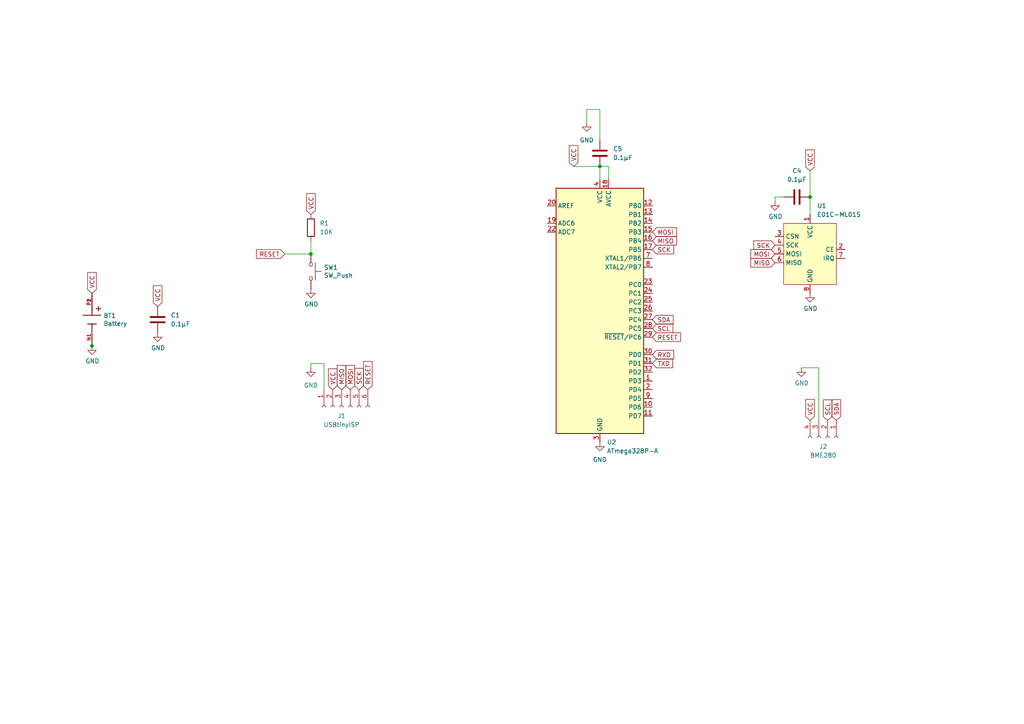
<source format=kicad_sch>
(kicad_sch (version 20211123) (generator eeschema)
  (paper "A4")
  (title_block (title "ATMEGA368P-AU--E01C-ML01S--bme280--CR2032"))
  (lib_symbols
    (symbol "Connector:Conn_01x04_Female" (pin_names (offset 1.016) hide)
      (property "Reference" "J" (at 0 5.08 0))
      (property "Value" "Conn_01x04_Female" (at 0 -7.62 0))
      (symbol "Conn_01x04_Female_1_1"
        (arc (start 0 -4.572) (mid -0.508 -5.08) (end 0 -5.588) (stroke (width 0.1524)))
        (arc (start 0 -2.032) (mid -0.508 -2.54) (end 0 -3.048) (stroke (width 0.1524)))
        (polyline (pts (xy -1.27 -5.08) (xy -0.508 -5.08)) (stroke (width 0.1524)))
        (polyline (pts (xy -1.27 -2.54) (xy -0.508 -2.54)) (stroke (width 0.1524)))
        (polyline (pts (xy -1.27 0) (xy -0.508 0)) (stroke (width 0.1524)))
        (polyline (pts (xy -1.27 2.54) (xy -0.508 2.54)) (stroke (width 0.1524)))
        (arc (start 0 0.508) (mid -0.508 0) (end 0 -0.508) (stroke (width 0.1524)))
        (arc (start 0 3.048) (mid -0.508 2.54) (end 0 2.032) (stroke (width 0.1524)))
        (pin passive line (at -5.08 2.54 0) (length 3.81) (name "Pin_1") (number "1"))
        (pin passive line (at -5.08 0 0) (length 3.81) (name "Pin_2") (number "2"))
        (pin passive line (at -5.08 -2.54 0) (length 3.81) (name "Pin_3") (number "3"))
        (pin passive line (at -5.08 -5.08 0) (length 3.81) (name "Pin_4") (number "4"))
      )
    )
    (symbol "Connector:Conn_01x06_Female" (pin_names (offset 1.016) hide)
      (property "Reference" "J" (at 0 7.62 0))
      (property "Value" "Conn_01x06_Female" (at 0 -10.16 0))
      (symbol "Conn_01x06_Female_1_1"
        (arc (start 0 -7.112) (mid -0.508 -7.62) (end 0 -8.128) (stroke (width 0.1524)))
        (arc (start 0 -4.572) (mid -0.508 -5.08) (end 0 -5.588) (stroke (width 0.1524)))
        (arc (start 0 -2.032) (mid -0.508 -2.54) (end 0 -3.048) (stroke (width 0.1524)))
        (polyline (pts (xy -1.27 -7.62) (xy -0.508 -7.62)) (stroke (width 0.1524)))
        (polyline (pts (xy -1.27 -5.08) (xy -0.508 -5.08)) (stroke (width 0.1524)))
        (polyline (pts (xy -1.27 -2.54) (xy -0.508 -2.54)) (stroke (width 0.1524)))
        (polyline (pts (xy -1.27 0) (xy -0.508 0)) (stroke (width 0.1524)))
        (polyline (pts (xy -1.27 2.54) (xy -0.508 2.54)) (stroke (width 0.1524)))
        (polyline (pts (xy -1.27 5.08) (xy -0.508 5.08)) (stroke (width 0.1524)))
        (arc (start 0 0.508) (mid -0.508 0) (end 0 -0.508) (stroke (width 0.1524)))
        (arc (start 0 3.048) (mid -0.508 2.54) (end 0 2.032) (stroke (width 0.1524)))
        (arc (start 0 5.588) (mid -0.508 5.08) (end 0 4.572) (stroke (width 0.1524)))
        (pin passive line (at -5.08 5.08 0) (length 3.81) (name "Pin_1") (number "1"))
        (pin passive line (at -5.08 2.54 0) (length 3.81) (name "Pin_2") (number "2"))
        (pin passive line (at -5.08 0 0) (length 3.81) (name "Pin_3") (number "3"))
        (pin passive line (at -5.08 -2.54 0) (length 3.81) (name "Pin_4") (number "4"))
        (pin passive line (at -5.08 -5.08 0) (length 3.81) (name "Pin_5") (number "5"))
        (pin passive line (at -5.08 -7.62 0) (length 3.81) (name "Pin_6") (number "6"))
      )
    )
    (symbol "Device:C" (pin_numbers hide) (pin_names (offset 0.254))
      (property "Reference" "C" (at 0.635 2.54 0))
      (property "Value" "C" (at 0.635 -2.54 0))
      (symbol "C_0_1"
        (polyline (pts (xy -2.032 -0.762) (xy 2.032 -0.762)) (stroke (width 0.508)))
        (polyline (pts (xy -2.032 0.762) (xy 2.032 0.762)) (stroke (width 0.508)))
      )
      (symbol "C_1_1"
        (pin passive line (at 0 3.81 270) (length 2.794) (name "~") (number "1"))
        (pin passive line (at 0 -3.81 90) (length 2.794) (name "~") (number "2"))
      )
    )
    (symbol "Device:R" (pin_numbers hide) (pin_names (offset 0))
      (property "Reference" "R" (at 2.032 0 90))
      (property "Value" "R" (at 0 0 90))
      (symbol "R_0_1"
        (rectangle (start -1.016 -2.54) (end 1.016 2.54) (stroke (width 0.254)))
      )
      (symbol "R_1_1"
        (pin passive line (at 0 3.81 270) (length 1.27) (name "~") (number "1"))
        (pin passive line (at 0 -3.81 90) (length 1.27) (name "~") (number "2"))
      )
    )
    (symbol "MCU_Microchip_ATmega:ATmega328P-A"
      (property "Reference" "U" (at -12.7 36.83 0))
      (property "Value" "ATmega328P-A" (at 2.54 -36.83 0))
      (symbol "ATmega328P-A_0_1"
        (rectangle (start -12.7 -35.56) (end 12.7 35.56) (stroke (width 0.254)) (fill (type background)))
      )
      (symbol "ATmega328P-A_1_1"
        (pin bidirectional line (at 15.24 -20.32 180) (length 2.54) (name "PD3") (number "1"))
        (pin bidirectional line (at 15.24 -27.94 180) (length 2.54) (name "PD6") (number "10"))
        (pin bidirectional line (at 15.24 -30.48 180) (length 2.54) (name "PD7") (number "11"))
        (pin bidirectional line (at 15.24 30.48 180) (length 2.54) (name "PB0") (number "12"))
        (pin bidirectional line (at 15.24 27.94 180) (length 2.54) (name "PB1") (number "13"))
        (pin bidirectional line (at 15.24 25.4 180) (length 2.54) (name "PB2") (number "14"))
        (pin bidirectional line (at 15.24 22.86 180) (length 2.54) (name "PB3") (number "15"))
        (pin bidirectional line (at 15.24 20.32 180) (length 2.54) (name "PB4") (number "16"))
        (pin bidirectional line (at 15.24 17.78 180) (length 2.54) (name "PB5") (number "17"))
        (pin power_in line (at 2.54 38.1 270) (length 2.54) (name "AVCC") (number "18"))
        (pin input line (at -15.24 25.4 0) (length 2.54) (name "ADC6") (number "19"))
        (pin bidirectional line (at 15.24 -22.86 180) (length 2.54) (name "PD4") (number "2"))
        (pin passive line (at -15.24 30.48 0) (length 2.54) (name "AREF") (number "20"))
        (pin passive line (at 0 -38.1 90) (length 2.54) hide (name "GND") (number "21"))
        (pin input line (at -15.24 22.86 0) (length 2.54) (name "ADC7") (number "22"))
        (pin bidirectional line (at 15.24 7.62 180) (length 2.54) (name "PC0") (number "23"))
        (pin bidirectional line (at 15.24 5.08 180) (length 2.54) (name "PC1") (number "24"))
        (pin bidirectional line (at 15.24 2.54 180) (length 2.54) (name "PC2") (number "25"))
        (pin bidirectional line (at 15.24 0 180) (length 2.54) (name "PC3") (number "26"))
        (pin bidirectional line (at 15.24 -2.54 180) (length 2.54) (name "PC4") (number "27"))
        (pin bidirectional line (at 15.24 -5.08 180) (length 2.54) (name "PC5") (number "28"))
        (pin bidirectional line (at 15.24 -7.62 180) (length 2.54) (name "~{RESET}/PC6") (number "29"))
        (pin power_in line (at 0 -38.1 90) (length 2.54) (name "GND") (number "3"))
        (pin bidirectional line (at 15.24 -12.7 180) (length 2.54) (name "PD0") (number "30"))
        (pin bidirectional line (at 15.24 -15.24 180) (length 2.54) (name "PD1") (number "31"))
        (pin bidirectional line (at 15.24 -17.78 180) (length 2.54) (name "PD2") (number "32"))
        (pin power_in line (at 0 38.1 270) (length 2.54) (name "VCC") (number "4"))
        (pin passive line (at 0 -38.1 90) (length 2.54) hide (name "GND") (number "5"))
        (pin passive line (at 0 38.1 270) (length 2.54) hide (name "VCC") (number "6"))
        (pin bidirectional line (at 15.24 15.24 180) (length 2.54) (name "XTAL1/PB6") (number "7"))
        (pin bidirectional line (at 15.24 12.7 180) (length 2.54) (name "XTAL2/PB7") (number "8"))
        (pin bidirectional line (at 15.24 -25.4 180) (length 2.54) (name "PD5") (number "9"))
      )
    )
    (symbol "Switch:SW_Push" (pin_numbers hide) (pin_names (offset 1.016) hide)
      (property "Reference" "SW" (at 1.27 2.54 0))
      (property "Value" "SW_Push" (at 0 -1.524 0))
      (symbol "SW_Push_0_1"
        (circle (center -2.032 0) (radius 0.508))
        (polyline (pts (xy 0 1.27) (xy 0 3.048)))
        (polyline (pts (xy 2.54 1.27) (xy -2.54 1.27)))
        (circle (center 2.032 0) (radius 0.508))
        (pin passive line (at -5.08 0 0) (length 2.54) (name "1") (number "1"))
        (pin passive line (at 5.08 0 180) (length 2.54) (name "2") (number "2"))
      )
    )
    (symbol "e18-ms1-pcb-cc2530-rescue:BAT-HLD-001-betteryholder_smd_cr2022_cr2032" (pin_names (offset 1.016) hide)
      (property "Reference" "BT" (at -3.81 3.81 0))
      (property "Value" "BAT-HLD-001-betteryholder_smd_cr2022_cr2032" (at -3.81 -5.08 0))
      (symbol "BAT-HLD-001-betteryholder_smd_cr2022_cr2032_0_0"
        (polyline (pts (xy -3.81 1.905) (xy -2.54 1.905)) (stroke (width 0.254)))
        (polyline (pts (xy -3.175 2.54) (xy -3.175 1.27)) (stroke (width 0.254)))
        (polyline (pts (xy -1.27 0) (xy -2.54 0)) (stroke (width 0.254)))
        (polyline (pts (xy -1.27 0) (xy -1.27 -2.54)) (stroke (width 0.254)))
        (polyline (pts (xy -1.27 2.54) (xy -1.27 0)) (stroke (width 0.254)))
        (polyline (pts (xy 1.27 0) (xy 1.27 -1.27)) (stroke (width 0.254)))
        (polyline (pts (xy 1.27 0) (xy 2.54 0)) (stroke (width 0.254)))
        (polyline (pts (xy 1.27 1.27) (xy 1.27 0)) (stroke (width 0.254)))
        (pin passive line (at 7.62 0 180) (length 5.08) (name "~") (number "N1"))
        (pin passive line (at -7.62 0 0) (length 5.08) (name "~") (number "P1"))
        (pin passive line (at -7.62 0 0) (length 5.08) (name "~") (number "P2"))
      )
    )
    (symbol "my_rf_modules:E01C-ML01S"
      (property "Reference" "U" (at -6.35 10.16 0))
      (property "Value" "E01C-ML01S" (at 7.62 10.16 0))
      (symbol "E01C-ML01S_0_1"
        (rectangle (start -7.62 8.89) (end 7.62 -8.89) (fill (type background)))
      )
      (symbol "E01C-ML01S_1_1"
        (pin power_in line (at 0 11.43 270) (length 2.54) (name "VCC") (number "1"))
        (pin input line (at 10.16 1.27 180) (length 2.54) (name "CE") (number "2"))
        (pin input line (at -10.16 5.08 0) (length 2.54) (name "CSN") (number "3"))
        (pin input line (at -10.16 2.54 0) (length 2.54) (name "SCK") (number "4"))
        (pin input line (at -10.16 0 0) (length 2.54) (name "MOSI") (number "5"))
        (pin output line (at -10.16 -2.54 0) (length 2.54) (name "MISO") (number "6"))
        (pin output line (at 10.16 -1.27 180) (length 2.54) (name "IRQ") (number "7"))
        (pin power_in line (at 0 -11.43 90) (length 2.54) (name "GND") (number "8"))
      )
    )
    (symbol "power:GND" (power) (pin_names (offset 0))
      (property "Value" "GND" (at 0 -3.81 0))
      (symbol "GND_0_1"
        (polyline (pts (xy 0 0) (xy 0 -1.27) (xy 1.27 -1.27) (xy 0 -2.54) (xy -1.27 -1.27) (xy 0 -1.27)))
      )
      (symbol "GND_1_1"
        (pin power_in line (at 0 0 270) (length 0) hide (name "GND") (number "1"))
      )
    )
  )
  (junction (at 26.67 100.33))
  (junction (at 173.99 48.26))
  (junction (at 90.17 73.66))
  (junction (at 234.95 57.15))
  (wire (pts (xy 173.99 40.64) (xy 173.99 31.75)))
  (wire (pts (xy 93.98 105.41) (xy 90.17 105.41)))
  (wire (pts (xy 93.98 105.41) (xy 93.98 113.03)))
  (wire (pts (xy 234.95 57.15) (xy 234.95 62.23)))
  (wire (pts (xy 170.18 31.75) (xy 170.18 35.56)))
  (wire (pts (xy 82.55 73.66) (xy 90.17 73.66)))
  (wire (pts (xy 173.99 48.26) (xy 173.99 52.07)))
  (wire (pts (xy 176.53 48.26) (xy 173.99 48.26)))
  (wire (pts (xy 176.53 52.07) (xy 176.53 48.26)))
  (wire (pts (xy 90.17 105.41) (xy 90.17 106.68)))
  (wire (pts (xy 166.37 48.26) (xy 173.99 48.26)))
  (wire (pts (xy 237.49 106.68) (xy 237.49 121.92)))
  (wire (pts (xy 237.49 106.68) (xy 232.41 106.68)))
  (wire (pts (xy 26.67 97.79) (xy 26.67 100.33)))
  (wire (pts (xy 90.17 73.66) (xy 90.17 69.85)))
  (wire (pts (xy 224.79 57.15) (xy 224.79 58.42)))
  (wire (pts (xy 227.33 57.15) (xy 224.79 57.15)))
  (wire (pts (xy 234.95 49.53) (xy 234.95 57.15)))
  (wire (pts (xy 173.99 31.75) (xy 170.18 31.75)))
  (global_label "VCC" (shape input) (at 26.67 85.09 90) (property "Références Inter-Feuilles" "${INTERSHEET_REFS}" (effects hide)))
  (global_label "MOSI" (shape input) (at 101.6 113.03 90) (property "Intersheet References" "${INTERSHEET_REFS}" (effects hide)))
  (global_label "VCC" (shape input) (at 45.72 88.9 90) (property "Références Inter-Feuilles" "${INTERSHEET_REFS}" (effects hide)))
  (global_label "VCC" (shape input) (at 166.37 48.26 90) (property "Références Inter-Feuilles" "${INTERSHEET_REFS}" (effects hide)))
  (global_label "RESET" (shape input) (at 82.55 73.66 180) (property "Intersheet References" "${INTERSHEET_REFS}" (effects hide)))
  (global_label "SCK" (shape input) (at 104.14 113.03 90) (property "Références Inter-Feuilles" "${INTERSHEET_REFS}" (effects hide)))
  (global_label "SDA" (shape input) (at 242.57 121.92 90) (property "Intersheet References" "${INTERSHEET_REFS}" (effects hide)))
  (global_label "RXD" (shape input) (at 189.23 102.87 0) (property "Intersheet References" "${INTERSHEET_REFS}" (effects hide)))
  (global_label "MISO" (shape input) (at 224.79 76.2 180) (property "Intersheet References" "${INTERSHEET_REFS}" (effects hide)))
  (global_label "VCC" (shape input) (at 234.95 49.53 90) (property "Références Inter-Feuilles" "${INTERSHEET_REFS}" (effects hide)))
  (global_label "MOSI" (shape input) (at 224.79 73.66 180) (property "Intersheet References" "${INTERSHEET_REFS}" (effects hide)))
  (global_label "SCL" (shape input) (at 240.03 121.92 90) (property "Intersheet References" "${INTERSHEET_REFS}" (effects hide)))
  (global_label "MISO" (shape input) (at 189.23 69.85 0) (property "Intersheet References" "${INTERSHEET_REFS}" (effects hide)))
  (global_label "SCL" (shape input) (at 189.23 95.25 0) (property "Intersheet References" "${INTERSHEET_REFS}" (effects hide)))
  (global_label "VCC" (shape input) (at 90.17 62.23 90) (property "Références Inter-Feuilles" "${INTERSHEET_REFS}" (effects hide)))
  (global_label "MOSI" (shape input) (at 189.23 67.31 0) (property "Intersheet References" "${INTERSHEET_REFS}" (effects hide)))
  (global_label "RESET" (shape input) (at 189.23 97.79 0) (property "Intersheet References" "${INTERSHEET_REFS}" (effects hide)))
  (global_label "MISO" (shape input) (at 99.06 113.03 90) (property "Intersheet References" "${INTERSHEET_REFS}" (effects hide)))
  (global_label "TXD" (shape input) (at 189.23 105.41 0) (property "Intersheet References" "${INTERSHEET_REFS}" (effects hide)))
  (global_label "VCC" (shape input) (at 234.95 121.92 90) (property "Références Inter-Feuilles" "${INTERSHEET_REFS}" (effects hide)))
  (global_label "SCK" (shape input) (at 189.23 72.39 0) (property "Intersheet References" "${INTERSHEET_REFS}" (effects hide)))
  (global_label "SDA" (shape input) (at 189.23 92.71 0) (property "Intersheet References" "${INTERSHEET_REFS}" (effects hide)))
  (global_label "VCC" (shape input) (at 96.52 113.03 90) (property "Références Inter-Feuilles" "${INTERSHEET_REFS}" (effects hide)))
  (global_label "RESET" (shape input) (at 106.68 113.03 90) (property "Références Inter-Feuilles" "${INTERSHEET_REFS}" (effects hide)))
  (global_label "SCK" (shape input) (at 224.79 71.12 180) (property "Intersheet References" "${INTERSHEET_REFS}" (effects hide)))
  (symbol (lib_id "power:GND") (at 234.95 85.09 0) (unit 1)
    (property "Reference" "#PWR0102" (effects hide))
    (property "Value" "GND" (at 235.077 89.4842 0))
  )
  (symbol (lib_id "e18-ms1-pcb-cc2530-rescue:BAT-HLD-001-betteryholder_smd_cr2022_cr2032") (at 26.67 92.71 270) (unit 1)
    (property "Reference" "BT1" (at 29.972 91.5416 90) (effects (justify left)))
    (property "Value" "Battery" (at 29.972 93.853 90) (effects (justify left)))
    (property "Footprint" "batteryholder_smd_cr2022_cr2032:BAT_BAT-HLD-001" (effects hide))
    (property "Datasheet" "https://www.snapeda.com/parts/BAT-HLD-001/Linx%20Technologies/view-part/?ref=search&t=battery%20holder%20cr2032%20rk2033#" (effects hide))
  )
  (symbol (lib_id "power:GND") (at 26.67 100.33 0) (unit 1)
    (property "Reference" "#PWR0104" (effects hide))
    (property "Value" "GND" (at 26.797 104.7242 0))
  )
  (symbol (lib_id "power:GND") (at 90.17 106.68 0) (unit 1)
    (property "Reference" "#PWR0110" (effects hide))
    (property "Value" "GND" (at 90.17 111.76 0))
  )
  (symbol (lib_id "Device:C") (at 231.14 57.15 90) (unit 1)
    (property "Reference" "C4" (at 231.14 49.53 90))
    (property "Value" "0.1µF" (at 231.14 52.07 90))
    (property "Footprint" "Capacitor_SMD:C_0805_2012Metric" (effects hide))
  )
  (symbol (lib_id "Switch:SW_Push") (at 90.17 78.74 270) (unit 1)
    (property "Reference" "SW1" (at 93.9292 77.5716 90) (effects (justify left)))
    (property "Value" "SW_Push" (at 93.9292 79.883 90) (effects (justify left)))
    (property "Footprint" "Button_Switch_SMD:SW_Push_SPST_NO_Alps_SKRK" (effects hide))
    (property "Datasheet" "https://fr.aliexpress.com/item/32698846968.html?spm=a2g0o.order_list.order_list_main.72.40435e5bvY0uBg&gatewayAdapt=glo2fra" (effects hide))
  )
  (symbol (lib_id "Device:R") (at 90.17 66.04 0) (unit 1)
    (property "Reference" "R1" (at 92.71 64.7699 0) (effects (justify left)))
    (property "Value" "10K" (at 92.71 67.3099 0) (effects (justify left)))
    (property "Footprint" "Resistor_SMD:R_0805_2012Metric" (effects hide))
  )
  (symbol (lib_id "power:GND") (at 45.72 96.52 0) (unit 1)
    (property "Reference" "#PWR0105" (effects hide))
    (property "Value" "GND" (at 45.847 100.9142 0))
  )
  (symbol (lib_id "Connector:Conn_01x04_Female") (at 240.03 127 270) (unit 1)
    (property "Reference" "J2" (at 238.76 129.54 90))
    (property "Value" "BME280" (at 238.76 132.08 90))
    (property "Footprint" "Connector_PinHeader_2.54mm:PinHeader_1x04_P2.54mm_Vertical" (effects hide))
  )
  (symbol (lib_id "my_rf_modules:E01C-ML01S") (at 234.95 73.66 0) (unit 1)
    (property "Reference" "U1" (at 236.9694 59.69 0) (effects (justify left)))
    (property "Value" "E01C-ML01S" (at 236.9694 62.23 0) (effects (justify left)))
    (property "Footprint" "My footprints:E01C-ML01S" (effects hide))
    (property "Datasheet" "https://www.ebyte.com/en/product-view-news.html?id=1027" (effects hide))
  )
  (symbol (lib_id "MCU_Microchip_ATmega:ATmega328P-A") (at 173.99 90.17 0) (unit 1)
    (property "Reference" "U2" (at 176.0094 128.27 0) (effects (justify left)))
    (property "Value" "ATmega328P-A" (at 176.0094 130.81 0) (effects (justify left)))
    (property "Footprint" "Package_QFP:TQFP-32_7x7mm_P0.8mm" (effects hide))
    (property "Datasheet" "http://ww1.microchip.com/downloads/en/DeviceDoc/ATmega328_P%20AVR%20MCU%20with%20picoPower%20Technology%20Data%20Sheet%2040001984A.pdf" (effects hide))
  )
  (symbol (lib_id "Connector:Conn_01x06_Female") (at 99.06 118.11 90) (mirror x) (unit 1)
    (property "Reference" "J1" (at 99.06 120.65 90))
    (property "Value" "USBtinyISP" (at 99.06 123.19 90))
    (property "Footprint" "Connector_PinHeader_2.54mm:PinHeader_1x06_P2.54mm_Vertical" (effects hide))
    (property "Datasheet" "https://wolles-elektronikkiste.de/en/using-the-atmega328p-standalone#Anker3" (effects hide))
  )
  (symbol (lib_id "power:GND") (at 173.99 128.27 0) (unit 1)
    (property "Reference" "#PWR0101" (effects hide))
    (property "Value" "GND" (at 173.99 133.35 0))
  )
  (symbol (lib_id "Device:C") (at 45.72 92.71 180) (unit 1)
    (property "Reference" "C1" (at 49.53 91.4399 0) (effects (justify right)))
    (property "Value" "0.1µF" (at 49.53 93.9799 0) (effects (justify right)))
    (property "Footprint" "Capacitor_SMD:C_0805_2012Metric" (effects hide))
  )
  (symbol (lib_id "power:GND") (at 170.18 35.56 0) (unit 1)
    (property "Reference" "#PWR0107" (effects hide))
    (property "Value" "GND" (at 170.18 40.64 0))
  )
  (symbol (lib_id "power:GND") (at 90.17 83.82 0) (unit 1)
    (property "Reference" "#PWR0108" (effects hide))
    (property "Value" "GND" (at 90.297 88.2142 0))
  )
  (symbol (lib_id "power:GND") (at 224.79 58.42 0) (unit 1)
    (property "Reference" "#PWR0109" (effects hide))
    (property "Value" "GND" (at 224.917 62.8142 0))
  )
  (symbol (lib_id "power:GND") (at 232.41 106.68 0) (unit 1)
    (property "Reference" "#PWR0106" (effects hide))
    (property "Value" "GND" (at 232.537 111.0742 0))
  )
  (symbol (lib_id "Device:C") (at 173.99 44.45 0) (unit 1)
    (property "Reference" "C5" (at 177.8 43.1799 0) (effects (justify left)))
    (property "Value" "0.1µF" (at 177.8 45.7199 0) (effects (justify left)))
    (property "Footprint" "Capacitor_SMD:C_0805_2012Metric" (effects hide))
  )
)
</source>
